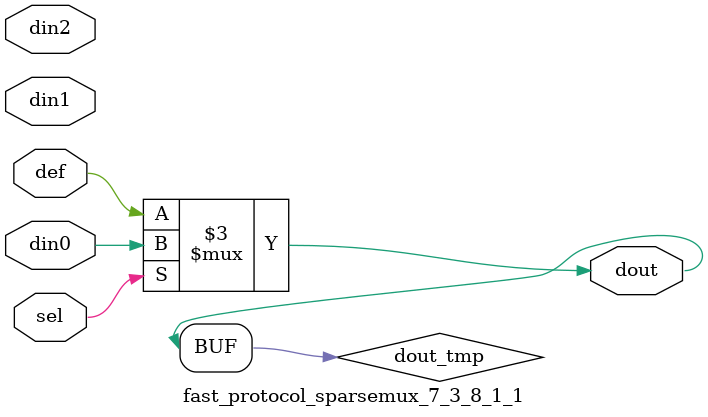
<source format=v>
`timescale 1ns / 1ps

module fast_protocol_sparsemux_7_3_8_1_1 (din0,din1,din2,def,sel,dout);

parameter din0_WIDTH = 1;

parameter din1_WIDTH = 1;

parameter din2_WIDTH = 1;

parameter def_WIDTH = 1;
parameter sel_WIDTH = 1;
parameter dout_WIDTH = 1;

parameter [sel_WIDTH-1:0] CASE0 = 1;

parameter [sel_WIDTH-1:0] CASE1 = 1;

parameter [sel_WIDTH-1:0] CASE2 = 1;

parameter ID = 1;
parameter NUM_STAGE = 1;



input [din0_WIDTH-1:0] din0;

input [din1_WIDTH-1:0] din1;

input [din2_WIDTH-1:0] din2;

input [def_WIDTH-1:0] def;
input [sel_WIDTH-1:0] sel;

output [dout_WIDTH-1:0] dout;



reg [dout_WIDTH-1:0] dout_tmp;


always @ (*) begin
(* parallel_case *) case (sel)
    
    CASE0 : dout_tmp = din0;
    
    CASE1 : dout_tmp = din1;
    
    CASE2 : dout_tmp = din2;
    
    default : dout_tmp = def;
endcase
end


assign dout = dout_tmp;



endmodule

</source>
